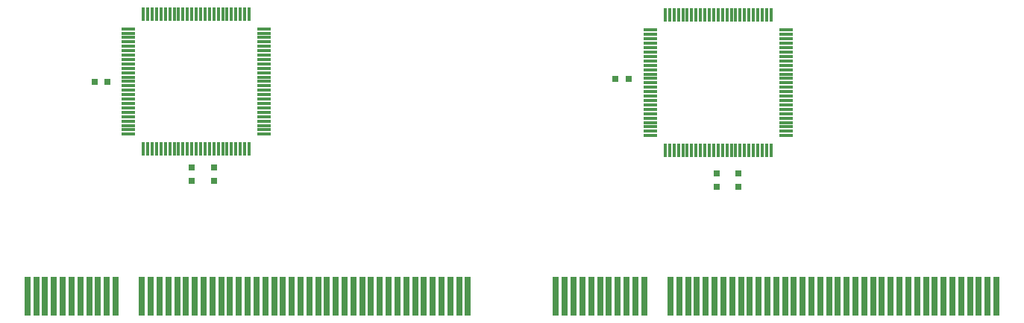
<source format=gts>
G04 #@! TF.GenerationSoftware,KiCad,Pcbnew,(5.0.0-rc2-35-gda6600525)*
G04 #@! TF.CreationDate,2018-05-30T11:12:42-07:00*
G04 #@! TF.ProjectId,ram-based-register-card,72616D2D62617365642D726567697374,rev?*
G04 #@! TF.SameCoordinates,Original*
G04 #@! TF.FileFunction,Soldermask,Top*
G04 #@! TF.FilePolarity,Negative*
%FSLAX46Y46*%
G04 Gerber Fmt 4.6, Leading zero omitted, Abs format (unit mm)*
G04 Created by KiCad (PCBNEW (5.0.0-rc2-35-gda6600525)) date 05/30/18 11:12:42*
%MOMM*%
%LPD*%
G01*
G04 APERTURE LIST*
%ADD10R,0.700000X4.400000*%
%ADD11R,1.500000X0.300000*%
%ADD12R,0.300000X1.500000*%
%ADD13R,0.750000X0.800000*%
%ADD14R,0.800000X0.750000*%
G04 APERTURE END LIST*
D10*
G04 #@! TO.C,P1*
X61950601Y-79689801D03*
X62950601Y-79689801D03*
X63950601Y-79689801D03*
X64950601Y-79689801D03*
X65950601Y-79689801D03*
X66950601Y-79689801D03*
X67950601Y-79689801D03*
X68950601Y-79689801D03*
X69950601Y-79689801D03*
X70950601Y-79689801D03*
X71950601Y-79689801D03*
X74950601Y-79689801D03*
X75950601Y-79689801D03*
X76950601Y-79689801D03*
X77950601Y-79689801D03*
X78950601Y-79689801D03*
X79950601Y-79689801D03*
X80950601Y-79689801D03*
X81950601Y-79689801D03*
X82950601Y-79689801D03*
X83950601Y-79689801D03*
X84950601Y-79689801D03*
X85950601Y-79689801D03*
X86950601Y-79689801D03*
X87950601Y-79689801D03*
X88950601Y-79689801D03*
X89950601Y-79689801D03*
X90950601Y-79689801D03*
X91950601Y-79689801D03*
X92950601Y-79689801D03*
X93950601Y-79689801D03*
X94950601Y-79689801D03*
X95950601Y-79689801D03*
X96950601Y-79689801D03*
X97950601Y-79689801D03*
X98950601Y-79689801D03*
X99950601Y-79689801D03*
X100950601Y-79689801D03*
X101950601Y-79689801D03*
X102950601Y-79689801D03*
X103950601Y-79689801D03*
X104950601Y-79689801D03*
X105950601Y-79689801D03*
X106950601Y-79689801D03*
X107950601Y-79689801D03*
X108950601Y-79689801D03*
X109950601Y-79689801D03*
X110950601Y-79689801D03*
X111950601Y-79689801D03*
X121950601Y-79689801D03*
X134950601Y-79689801D03*
X122950601Y-79689801D03*
X123950601Y-79689801D03*
X124950601Y-79689801D03*
X125950601Y-79689801D03*
X126950601Y-79689801D03*
X127950601Y-79689801D03*
X128950601Y-79689801D03*
X129950601Y-79689801D03*
X130950601Y-79689801D03*
X131950601Y-79689801D03*
X135950601Y-79689801D03*
X136950601Y-79689801D03*
X137950601Y-79689801D03*
X138950601Y-79689801D03*
X139950601Y-79689801D03*
X140950601Y-79689801D03*
X141950601Y-79689801D03*
X142950601Y-79689801D03*
X143950601Y-79689801D03*
X144950601Y-79689801D03*
X145950601Y-79689801D03*
X146950601Y-79689801D03*
X147950601Y-79689801D03*
X148950601Y-79689801D03*
X149950601Y-79689801D03*
X150950601Y-79689801D03*
X151950601Y-79689801D03*
X152950601Y-79689801D03*
X153950601Y-79689801D03*
X154950601Y-79689801D03*
X155950601Y-79689801D03*
X156950601Y-79689801D03*
X157950601Y-79689801D03*
X158950601Y-79689801D03*
X159950601Y-79689801D03*
X160950601Y-79689801D03*
X161950601Y-79689801D03*
X162950601Y-79689801D03*
X163950601Y-79689801D03*
X164950601Y-79689801D03*
X165950601Y-79689801D03*
X166950601Y-79689801D03*
X167950601Y-79689801D03*
X168950601Y-79689801D03*
X169950601Y-79689801D03*
X170950601Y-79689801D03*
X171950601Y-79689801D03*
G04 #@! TD*
D11*
G04 #@! TO.C,U1*
X73406000Y-61292000D03*
X73406000Y-60792000D03*
X73406000Y-60292000D03*
X73406000Y-59792000D03*
X73406000Y-59292000D03*
X73406000Y-58792000D03*
X73406000Y-58292000D03*
X73406000Y-57792000D03*
X73406000Y-57292000D03*
X73406000Y-56792000D03*
X73406000Y-56292000D03*
X73406000Y-55792000D03*
X73406000Y-55292000D03*
X73406000Y-54792000D03*
X73406000Y-54292000D03*
X73406000Y-53792000D03*
X73406000Y-53292000D03*
X73406000Y-52792000D03*
X73406000Y-52292000D03*
X73406000Y-51792000D03*
X73406000Y-51292000D03*
X73406000Y-50792000D03*
X73406000Y-50292000D03*
X73406000Y-49792000D03*
X73406000Y-49292000D03*
D12*
X75106000Y-47592000D03*
X75606000Y-47592000D03*
X76106000Y-47592000D03*
X76606000Y-47592000D03*
X77106000Y-47592000D03*
X77606000Y-47592000D03*
X78106000Y-47592000D03*
X78606000Y-47592000D03*
X79106000Y-47592000D03*
X79606000Y-47592000D03*
X80106000Y-47592000D03*
X80606000Y-47592000D03*
X81106000Y-47592000D03*
X81606000Y-47592000D03*
X82106000Y-47592000D03*
X82606000Y-47592000D03*
X83106000Y-47592000D03*
X83606000Y-47592000D03*
X84106000Y-47592000D03*
X84606000Y-47592000D03*
X85106000Y-47592000D03*
X85606000Y-47592000D03*
X86106000Y-47592000D03*
X86606000Y-47592000D03*
X87106000Y-47592000D03*
D11*
X88806000Y-49292000D03*
X88806000Y-49792000D03*
X88806000Y-50292000D03*
X88806000Y-50792000D03*
X88806000Y-51292000D03*
X88806000Y-51792000D03*
X88806000Y-52292000D03*
X88806000Y-52792000D03*
X88806000Y-53292000D03*
X88806000Y-53792000D03*
X88806000Y-54292000D03*
X88806000Y-54792000D03*
X88806000Y-55292000D03*
X88806000Y-55792000D03*
X88806000Y-56292000D03*
X88806000Y-56792000D03*
X88806000Y-57292000D03*
X88806000Y-57792000D03*
X88806000Y-58292000D03*
X88806000Y-58792000D03*
X88806000Y-59292000D03*
X88806000Y-59792000D03*
X88806000Y-60292000D03*
X88806000Y-60792000D03*
X88806000Y-61292000D03*
D12*
X87106000Y-62992000D03*
X86606000Y-62992000D03*
X86106000Y-62992000D03*
X85606000Y-62992000D03*
X85106000Y-62992000D03*
X84606000Y-62992000D03*
X84106000Y-62992000D03*
X83606000Y-62992000D03*
X83106000Y-62992000D03*
X82606000Y-62992000D03*
X82106000Y-62992000D03*
X81606000Y-62992000D03*
X81106000Y-62992000D03*
X80606000Y-62992000D03*
X80106000Y-62992000D03*
X79606000Y-62992000D03*
X79106000Y-62992000D03*
X78606000Y-62992000D03*
X78106000Y-62992000D03*
X77606000Y-62992000D03*
X77106000Y-62992000D03*
X76606000Y-62992000D03*
X76106000Y-62992000D03*
X75606000Y-62992000D03*
X75106000Y-62992000D03*
G04 #@! TD*
G04 #@! TO.C,U2*
X134350000Y-63150000D03*
X134850000Y-63150000D03*
X135350000Y-63150000D03*
X135850000Y-63150000D03*
X136350000Y-63150000D03*
X136850000Y-63150000D03*
X137350000Y-63150000D03*
X137850000Y-63150000D03*
X138350000Y-63150000D03*
X138850000Y-63150000D03*
X139350000Y-63150000D03*
X139850000Y-63150000D03*
X140350000Y-63150000D03*
X140850000Y-63150000D03*
X141350000Y-63150000D03*
X141850000Y-63150000D03*
X142350000Y-63150000D03*
X142850000Y-63150000D03*
X143350000Y-63150000D03*
X143850000Y-63150000D03*
X144350000Y-63150000D03*
X144850000Y-63150000D03*
X145350000Y-63150000D03*
X145850000Y-63150000D03*
X146350000Y-63150000D03*
D11*
X148050000Y-61450000D03*
X148050000Y-60950000D03*
X148050000Y-60450000D03*
X148050000Y-59950000D03*
X148050000Y-59450000D03*
X148050000Y-58950000D03*
X148050000Y-58450000D03*
X148050000Y-57950000D03*
X148050000Y-57450000D03*
X148050000Y-56950000D03*
X148050000Y-56450000D03*
X148050000Y-55950000D03*
X148050000Y-55450000D03*
X148050000Y-54950000D03*
X148050000Y-54450000D03*
X148050000Y-53950000D03*
X148050000Y-53450000D03*
X148050000Y-52950000D03*
X148050000Y-52450000D03*
X148050000Y-51950000D03*
X148050000Y-51450000D03*
X148050000Y-50950000D03*
X148050000Y-50450000D03*
X148050000Y-49950000D03*
X148050000Y-49450000D03*
D12*
X146350000Y-47750000D03*
X145850000Y-47750000D03*
X145350000Y-47750000D03*
X144850000Y-47750000D03*
X144350000Y-47750000D03*
X143850000Y-47750000D03*
X143350000Y-47750000D03*
X142850000Y-47750000D03*
X142350000Y-47750000D03*
X141850000Y-47750000D03*
X141350000Y-47750000D03*
X140850000Y-47750000D03*
X140350000Y-47750000D03*
X139850000Y-47750000D03*
X139350000Y-47750000D03*
X138850000Y-47750000D03*
X138350000Y-47750000D03*
X137850000Y-47750000D03*
X137350000Y-47750000D03*
X136850000Y-47750000D03*
X136350000Y-47750000D03*
X135850000Y-47750000D03*
X135350000Y-47750000D03*
X134850000Y-47750000D03*
X134350000Y-47750000D03*
D11*
X132650000Y-49450000D03*
X132650000Y-49950000D03*
X132650000Y-50450000D03*
X132650000Y-50950000D03*
X132650000Y-51450000D03*
X132650000Y-51950000D03*
X132650000Y-52450000D03*
X132650000Y-52950000D03*
X132650000Y-53450000D03*
X132650000Y-53950000D03*
X132650000Y-54450000D03*
X132650000Y-54950000D03*
X132650000Y-55450000D03*
X132650000Y-55950000D03*
X132650000Y-56450000D03*
X132650000Y-56950000D03*
X132650000Y-57450000D03*
X132650000Y-57950000D03*
X132650000Y-58450000D03*
X132650000Y-58950000D03*
X132650000Y-59450000D03*
X132650000Y-59950000D03*
X132650000Y-60450000D03*
X132650000Y-60950000D03*
X132650000Y-61450000D03*
G04 #@! TD*
D13*
G04 #@! TO.C,C1*
X80619600Y-66600200D03*
X80619600Y-65100200D03*
G04 #@! TD*
G04 #@! TO.C,C2*
X83108800Y-65100200D03*
X83108800Y-66600200D03*
G04 #@! TD*
D14*
G04 #@! TO.C,C3*
X69543800Y-55295800D03*
X71043800Y-55295800D03*
G04 #@! TD*
D13*
G04 #@! TO.C,C4*
X140200000Y-65740000D03*
X140200000Y-67240000D03*
G04 #@! TD*
G04 #@! TO.C,C5*
X142680000Y-67260000D03*
X142680000Y-65760000D03*
G04 #@! TD*
D14*
G04 #@! TO.C,C6*
X130210000Y-55030000D03*
X128710000Y-55030000D03*
G04 #@! TD*
M02*

</source>
